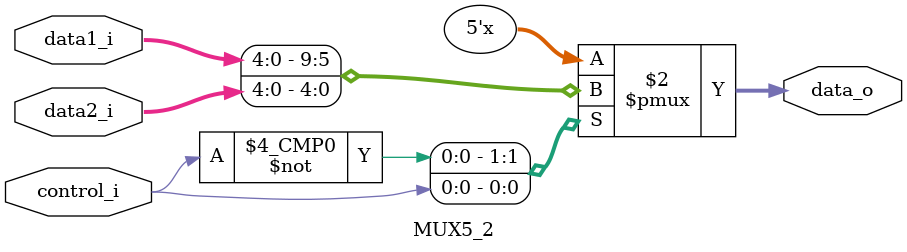
<source format=v>
module MUX5_2(
	data1_i,
	data2_i,
	control_i,
	data_o
);

input [4:0] data1_i, data2_i;
input control_i;
output reg [4:0] data_o;

always@(data1_i or data2_i or control_i) begin
	case(control_i) 
		1'b0: data_o = data1_i;
		1'b1: data_o = data2_i;
	endcase
end

endmodule
</source>
